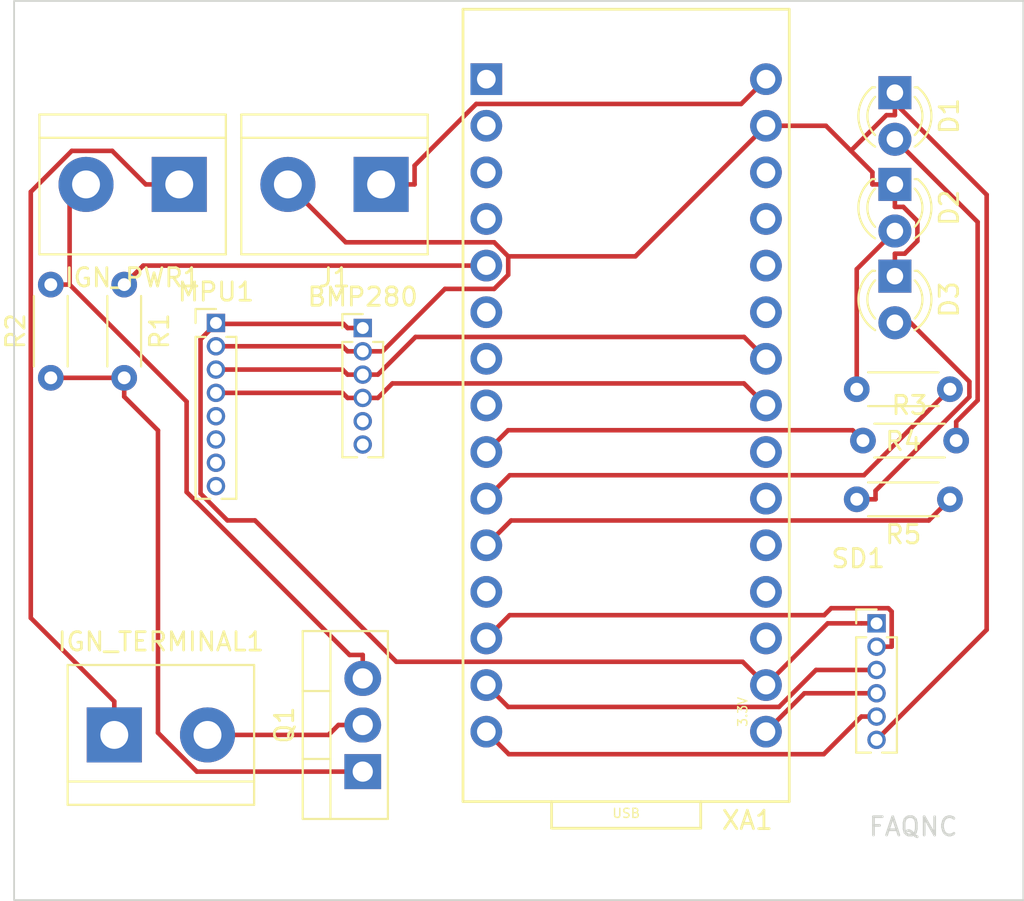
<source format=kicad_pcb>
(kicad_pcb (version 20211014) (generator pcbnew)
  (layers (0 "F.Cu" signal) (31 "B.Cu" signal) (34 "B.Paste" user) (35 "F.Paste" user) (36 "B.SilkS" user "B.Silkscreen") (37 "F.SilkS" user "F.Silkscreen") (38 "B.Mask" user) (39 "F.Mask" user) (44 "Edge.Cuts" user))
  (net 0 "")
  (net 10 "I2C_CLK")
  (net 11 "I2C_DA")
  (net 19 "+BATT")
  (net 20 "-BATT")
  (net 21 "IGN")
  (net 24 "GND")
  (net 25 "R")
  (net 26 "G")
  (net 27 "B")
  (net 28 "+9V")
  (net 33 "Net-(Q1-Pad1)")
  (net 34 "+3.3V")
  (net 35 "CS")
  (net 36 "MOSI")
  (net 37 "MISO")
  (net 38 "SCK")
  (net 39 "Net-(IGN_TERMINAL1-Pad2)")
  (net 40 "Net-(D1-Pad2)")
  (net 41 "Net-(D2-Pad2)")
  (net 42 "Net-(D3-Pad2)")
  (footprint "Connector_PinHeader_1.27mm:PinHeader_1x06_P1.27mm_Vertical" (layer "F.Cu") (at 132 105.92)
    (fp_text reference "SD1" (at -1 -3.535) (layer "F.SilkS"))
    (fp_text value "Conn_01x06_Male")
    (fp_line (start -1.11 0) (end -1.11 -0.76) (layer "F.SilkS") (width 0.12))
    (fp_line (start 0.30753 7.045) (end 1.11 7.045) (layer "F.SilkS") (width 0.12))
    (fp_line (start 0.563471 0.76) (end 1.11 0.76) (layer "F.SilkS") (width 0.12))
    (fp_line (start -1.11 0.76) (end -1.11 7.045) (layer "F.SilkS") (width 0.12))
    (fp_line (start -1.11 0.76) (end -0.563471 0.76) (layer "F.SilkS") (width 0.12))
    (fp_line (start -1.11 7.045) (end -0.30753 7.045) (layer "F.SilkS") (width 0.12))
    (fp_line (start -1.11 -0.76) (end 0 -0.76) (layer "F.SilkS") (width 0.12))
    (fp_line (start 1.11 0.76) (end 1.11 7.045) (layer "F.SilkS") (width 0.12))
    (pad "1" thru_hole rect (at 0 0) (size 1 1) (drill 0.65) (layers *.Cu *.Mask) (net 34 "+3.3V"))
    (pad "2" thru_hole oval (at 0 1.27) (size 1 1) (drill 0.65) (layers *.Cu *.Mask) (net 35 "CS"))
    (pad "3" thru_hole oval (at 0 2.54) (size 1 1) (drill 0.65) (layers *.Cu *.Mask) (net 36 "MOSI"))
    (pad "4" thru_hole oval (at 0 3.81) (size 1 1) (drill 0.65) (layers *.Cu *.Mask) (net 38 "SCK"))
    (pad "5" thru_hole oval (at 0 5.08) (size 1 1) (drill 0.65) (layers *.Cu *.Mask) (net 37 "MISO"))
    (pad "6" thru_hole oval (at 0 6.35) (size 1 1) (drill 0.65) (layers *.Cu *.Mask) (net 24 "GND"))
  )
  (footprint "TerminalBlock:TerminalBlock_bornier-2_P5.08mm" (layer "F.Cu") (at 90.46 112)
    (fp_text reference "IGN_TERMINAL1" (at 2.54 -5.08) (layer "F.SilkS"))
    (fp_text value "Ignitor wires")
    (fp_line (start 7.62 -3.81) (end -2.54 -3.81) (layer "F.SilkS") (width 0.12))
    (fp_line (start 7.62 3.81) (end 7.62 -3.81) (layer "F.SilkS") (width 0.12))
    (fp_line (start 7.62 2.54) (end -2.54 2.54) (layer "F.SilkS") (width 0.12))
    (fp_line (start -2.54 -3.81) (end -2.54 3.81) (layer "F.SilkS") (width 0.12))
    (fp_line (start -2.54 3.81) (end 7.62 3.81) (layer "F.SilkS") (width 0.12))
    (pad "1" thru_hole rect locked (at 0 0) (size 3 3) (drill 1.52) (layers *.Cu *.Mask) (net 19 "+BATT"))
    (pad "2" thru_hole circle locked (at 5.08 0) (size 3 3) (drill 1.52) (layers *.Cu *.Mask) (net 39 "Net-(IGN_TERMINAL1-Pad2)"))
  )
  (footprint "LED_THT:LED_D3.0mm_Clear" (layer "F.Cu") (at 133 82 -90)
    (fp_text reference "D2" (at 1.27 -2.96 90) (layer "F.SilkS"))
    (fp_text value "G")
    (fp_line (start -0.29 1.08) (end -0.29 1.236) (layer "F.SilkS") (width 0.12))
    (fp_line (start -0.29 -1.236) (end -0.29 -1.08) (layer "F.SilkS") (width 0.12))
    (fp_arc (start 2.942335 1.078608) (mid 1.366487 1.987659) (end -0.29 1.235516) (layer "F.SilkS") (width 0.12))
    (fp_arc (start -0.29 -1.235516) (mid 1.366487 -1.987659) (end 2.942335 -1.078608) (layer "F.SilkS") (width 0.12))
    (fp_arc (start 2.31113 1.079837) (mid 1.270117 1.5) (end 0.229039 1.08) (layer "F.SilkS") (width 0.12))
    (fp_arc (start 0.229039 -1.08) (mid 1.270117 -1.5) (end 2.31113 -1.079837) (layer "F.SilkS") (width 0.12))
    (pad "1" thru_hole rect (at 0 0 270) (size 1.8 1.8) (drill 0.9) (layers *.Cu *.Mask) (net 24 "GND"))
    (pad "2" thru_hole circle (at 2.54 0 270) (size 1.8 1.8) (drill 0.9) (layers *.Cu *.Mask) (net 41 "Net-(D2-Pad2)"))
  )
  (footprint "Resistor_THT:R_Axial_DIN0204_L3.6mm_D1.6mm_P5.08mm_Horizontal" (layer "F.Cu") (at 131.26 95.96)
    (fp_text reference "R3" (at 2.54 -1.92) (layer "F.SilkS"))
    (fp_text value "220")
    (fp_line (start 0.62 0.92) (end 4.46 0.92) (layer "F.SilkS") (width 0.12))
    (fp_line (start 0.62 -0.92) (end 4.46 -0.92) (layer "F.SilkS") (width 0.12))
    (pad "1" thru_hole circle (at 0 0) (size 1.4 1.4) (drill 0.7) (layers *.Cu *.Mask) (net 25 "R"))
    (pad "2" thru_hole oval (at 5.08 0) (size 1.4 1.4) (drill 0.7) (layers *.Cu *.Mask) (net 40 "Net-(D1-Pad2)"))
  )
  (footprint "LED_THT:LED_D3.0mm_Clear" (layer "F.Cu") (at 133 87 -90)
    (fp_text reference "D3" (at 1.27 -2.96 90) (layer "F.SilkS"))
    (fp_text value "B")
    (fp_line (start -0.29 1.08) (end -0.29 1.236) (layer "F.SilkS") (width 0.12))
    (fp_line (start -0.29 -1.236) (end -0.29 -1.08) (layer "F.SilkS") (width 0.12))
    (fp_arc (start 2.31113 1.079837) (mid 1.270117 1.5) (end 0.229039 1.08) (layer "F.SilkS") (width 0.12))
    (fp_arc (start 2.942335 1.078608) (mid 1.366487 1.987659) (end -0.29 1.235516) (layer "F.SilkS") (width 0.12))
    (fp_arc (start -0.29 -1.235516) (mid 1.366487 -1.987659) (end 2.942335 -1.078608) (layer "F.SilkS") (width 0.12))
    (fp_arc (start 0.229039 -1.08) (mid 1.270117 -1.5) (end 2.31113 -1.079837) (layer "F.SilkS") (width 0.12))
    (pad "1" thru_hole rect (at 0 0 270) (size 1.8 1.8) (drill 0.9) (layers *.Cu *.Mask) (net 24 "GND"))
    (pad "2" thru_hole circle (at 2.54 0 270) (size 1.8 1.8) (drill 0.9) (layers *.Cu *.Mask) (net 42 "Net-(D3-Pad2)"))
  )
  (footprint "Resistor_THT:R_Axial_DIN0204_L3.6mm_D1.6mm_P5.08mm_Horizontal" (layer "F.Cu") (at 136 99.16 180)
    (fp_text reference "R5" (at 2.54 -1.92) (layer "F.SilkS"))
    (fp_text value "220")
    (fp_line (start 0.62 0.92) (end 4.46 0.92) (layer "F.SilkS") (width 0.12))
    (fp_line (start 0.62 -0.92) (end 4.46 -0.92) (layer "F.SilkS") (width 0.12))
    (pad "1" thru_hole circle (at 0 0 180) (size 1.4 1.4) (drill 0.7) (layers *.Cu *.Mask) (net 27 "B"))
    (pad "2" thru_hole oval (at 5.08 0 180) (size 1.4 1.4) (drill 0.7) (layers *.Cu *.Mask) (net 42 "Net-(D3-Pad2)"))
  )
  (footprint "Arduino:Arduino_Nano_Socket" (layer "F.Cu") (at 118.354 115.634)
    (fp_text reference "XA1" (at 6.604 1.016) (layer "F.SilkS"))
    (fp_text value "Arduino_Nano_Socket")
    (fp_text user "3.3V" (at 6.35 -4.89 90) (layer "F.SilkS") (effects (font (size 0.5 0.5) (thickness 0.075))))
    (fp_text user "USB" (at 0 0.635) (layer "F.SilkS") (effects (font (size 0.5 0.5) (thickness 0.075))))
    (fp_line (start -8.89 -43.18) (end 8.89 -43.18) (layer "F.SilkS") (width 0.15))
    (fp_line (start -8.89 -43.18) (end -8.89 0) (layer "F.SilkS") (width 0.15))
    (fp_line (start -4.064 0) (end -4.064 1.45) (layer "F.SilkS") (width 0.15))
    (fp_line (start -8.89 0) (end 8.89 0) (layer "F.SilkS") (width 0.15))
    (fp_line (start 8.89 -43.18) (end 8.89 0) (layer "F.SilkS") (width 0.15))
    (fp_line (start 4.064 1.45) (end 4.064 0) (layer "F.SilkS") (width 0.15))
    (fp_line (start -4.064 1.45) (end 4.064 1.45) (layer "F.SilkS") (width 0.15))
    (pad "" np_thru_hole circle locked (at 7.62 -41.91) (size 1.85 1.85) (drill 1.85) (layers *.Cu *.Mask))
    (pad "" np_thru_hole circle locked (at 7.62 -1.27) (size 1.85 1.85) (drill 1.85) (layers *.Cu *.Mask))
    (pad "" np_thru_hole circle locked (at -7.62 -41.91) (size 1.85 1.85) (drill 1.85) (layers *.Cu *.Mask))
    (pad "" np_thru_hole circle locked (at -7.62 -1.27) (size 1.85 1.85) (drill 1.85) (layers *.Cu *.Mask))
    (pad "3V3" thru_hole circle locked (at 7.62 -6.35) (size 1.7272 1.7272) (drill 1.016) (layers *.Cu *.Mask) (net 34 "+3.3V"))
    (pad "5V" thru_hole circle locked (at 7.62 -31.75) (size 1.7272 1.7272) (drill 1.016) (layers *.Cu *.Mask))
    (pad "A0" thru_hole circle locked (at 7.62 -11.43) (size 1.7272 1.7272) (drill 1.016) (layers *.Cu *.Mask))
    (pad "A1" thru_hole circle locked (at 7.62 -13.97) (size 1.7272 1.7272) (drill 1.016) (layers *.Cu *.Mask))
    (pad "A2" thru_hole circle locked (at 7.62 -16.51) (size 1.7272 1.7272) (drill 1.016) (layers *.Cu *.Mask))
    (pad "A3" thru_hole circle locked (at 7.62 -19.05) (size 1.7272 1.7272) (drill 1.016) (layers *.Cu *.Mask))
    (pad "A4" thru_hole circle locked (at 7.62 -21.59) (size 1.7272 1.7272) (drill 1.016) (layers *.Cu *.Mask) (net 11 "I2C_DA"))
    (pad "A5" thru_hole circle locked (at 7.62 -24.13) (size 1.7272 1.7272) (drill 1.016) (layers *.Cu *.Mask) (net 10 "I2C_CLK"))
    (pad "A6" thru_hole circle locked (at 7.62 -26.67) (size 1.7272 1.7272) (drill 1.016) (layers *.Cu *.Mask))
    (pad "A7" thru_hole circle locked (at 7.62 -29.21) (size 1.7272 1.7272) (drill 1.016) (layers *.Cu *.Mask))
    (pad "AREF" thru_hole circle locked (at 7.62 -8.89) (size 1.7272 1.7272) (drill 1.016) (layers *.Cu *.Mask))
    (pad "D0" thru_hole circle locked (at -7.62 -36.83) (size 1.7272 1.7272) (drill 1.016) (layers *.Cu *.Mask))
    (pad "D1" thru_hole rect locked (at -7.62 -39.37) (size 1.7272 1.7272) (drill 1.016) (layers *.Cu *.Mask))
    (pad "D2" thru_hole circle locked (at -7.62 -29.21) (size 1.7272 1.7272) (drill 1.016) (layers *.Cu *.Mask) (net 21 "IGN"))
    (pad "D3" thru_hole circle locked (at -7.62 -26.67) (size 1.7272 1.7272) (drill 1.016) (layers *.Cu *.Mask))
    (pad "D4" thru_hole circle locked (at -7.62 -24.13) (size 1.7272 1.7272) (drill 1.016) (layers *.Cu *.Mask))
    (pad "D5" thru_hole circle locked (at -7.62 -21.59) (size 1.7272 1.7272) (drill 1.016) (layers *.Cu *.Mask))
    (pad "D6" thru_hole circle locked (at -7.62 -19.05) (size 1.7272 1.7272) (drill 1.016) (layers *.Cu *.Mask) (net 25 "R"))
    (pad "D7" thru_hole circle locked (at -7.62 -16.51) (size 1.7272 1.7272) (drill 1.016) (layers *.Cu *.Mask) (net 26 "G"))
    (pad "D8" thru_hole circle locked (at -7.62 -13.97) (size 1.7272 1.7272) (drill 1.016) (layers *.Cu *.Mask) (net 27 "B"))
    (pad "D9" thru_hole circle locked (at -7.62 -11.43) (size 1.7272 1.7272) (drill 1.016) (layers *.Cu *.Mask))
    (pad "D10" thru_hole circle locked (at -7.62 -8.89) (size 1.7272 1.7272) (drill 1.016) (layers *.Cu *.Mask) (net 35 "CS"))
    (pad "D11" thru_hole circle locked (at -7.62 -6.35) (size 1.7272 1.7272) (drill 1.016) (layers *.Cu *.Mask) (net 36 "MOSI"))
    (pad "D12" thru_hole circle locked (at -7.62 -3.81) (size 1.7272 1.7272) (drill 1.016) (layers *.Cu *.Mask) (net 37 "MISO"))
    (pad "D13" thru_hole circle locked (at 7.62 -3.81) (size 1.7272 1.7272) (drill 1.016) (layers *.Cu *.Mask) (net 38 "SCK"))
    (pad "GND1" thru_hole circle locked (at -7.62 -31.75) (size 1.7272 1.7272) (drill 1.016) (layers *.Cu *.Mask))
    (pad "GND2" thru_hole circle locked (at 7.62 -36.83) (size 1.7272 1.7272) (drill 1.016) (layers *.Cu *.Mask) (net 24 "GND"))
    (pad "RST1" thru_hole circle locked (at -7.62 -34.29) (size 1.7272 1.7272) (drill 1.016) (layers *.Cu *.Mask))
    (pad "RST2" thru_hole circle locked (at 7.62 -34.29) (size 1.7272 1.7272) (drill 1.016) (layers *.Cu *.Mask))
    (pad "VIN" thru_hole circle locked (at 7.62 -39.37) (size 1.7272 1.7272) (drill 1.016) (layers *.Cu *.Mask) (net 28 "+9V"))
  )
  (footprint "Resistor_THT:R_Axial_DIN0204_L3.6mm_D1.6mm_P5.08mm_Horizontal" (layer "F.Cu") (at 136 93.16 180)
    (fp_text reference "R4" (at 2.54 -2.84) (layer "F.SilkS"))
    (fp_text value "220")
    (fp_line (start 0.62 -0.92) (end 4.46 -0.92) (layer "F.SilkS") (width 0.12))
    (fp_line (start 0.62 0.92) (end 4.46 0.92) (layer "F.SilkS") (width 0.12))
    (pad "1" thru_hole circle (at 0 0 180) (size 1.4 1.4) (drill 0.7) (layers *.Cu *.Mask) (net 26 "G"))
    (pad "2" thru_hole oval (at 5.08 0 180) (size 1.4 1.4) (drill 0.7) (layers *.Cu *.Mask) (net 41 "Net-(D2-Pad2)"))
  )
  (footprint "Connector_PinHeader_1.27mm:PinHeader_1x06_P1.27mm_Vertical" (layer "F.Cu") (at 104 89.825)
    (fp_text reference "BMP280" (at 0 -1.695) (layer "F.SilkS"))
    (fp_text value "Conn_01x06_Male")
    (fp_line (start 0.30753 7.045) (end 1.11 7.045) (layer "F.SilkS") (width 0.12))
    (fp_line (start -1.11 0.76) (end -0.563471 0.76) (layer "F.SilkS") (width 0.12))
    (fp_line (start 0.563471 0.76) (end 1.11 0.76) (layer "F.SilkS") (width 0.12))
    (fp_line (start 1.11 0.76) (end 1.11 7.045) (layer "F.SilkS") (width 0.12))
    (fp_line (start -1.11 0) (end -1.11 -0.76) (layer "F.SilkS") (width 0.12))
    (fp_line (start -1.11 0.76) (end -1.11 7.045) (layer "F.SilkS") (width 0.12))
    (fp_line (start -1.11 -0.76) (end 0 -0.76) (layer "F.SilkS") (width 0.12))
    (fp_line (start -1.11 7.045) (end -0.30753 7.045) (layer "F.SilkS") (width 0.12))
    (pad "1" thru_hole rect locked (at 0 0) (size 1 1) (drill 0.65) (layers *.Cu *.Mask) (net 34 "+3.3V"))
    (pad "2" thru_hole oval locked (at 0 1.27) (size 1 1) (drill 0.65) (layers *.Cu *.Mask) (net 24 "GND"))
    (pad "3" thru_hole oval locked (at 0 2.54) (size 1 1) (drill 0.65) (layers *.Cu *.Mask) (net 10 "I2C_CLK"))
    (pad "4" thru_hole oval locked (at 0 3.81) (size 1 1) (drill 0.65) (layers *.Cu *.Mask) (net 11 "I2C_DA"))
    (pad "5" thru_hole oval locked (at 0 5.08) (size 1 1) (drill 0.65) (layers *.Cu *.Mask))
    (pad "6" thru_hole oval locked (at 0 6.35) (size 1 1) (drill 0.65) (layers *.Cu *.Mask))
  )
  (footprint "Resistor_THT:R_Axial_DIN0204_L3.6mm_D1.6mm_P5.08mm_Horizontal" (layer "F.Cu") (at 91 87.46 -90)
    (fp_text reference "R1" (at 2.54 -1.92 90) (layer "F.SilkS"))
    (fp_text value "1k")
    (fp_line (start 0.62 0.92) (end 4.46 0.92) (layer "F.SilkS") (width 0.12))
    (fp_line (start 0.62 -0.92) (end 4.46 -0.92) (layer "F.SilkS") (width 0.12))
    (pad "1" thru_hole circle (at 0 0 270) (size 1.4 1.4) (drill 0.7) (layers *.Cu *.Mask) (net 21 "IGN"))
    (pad "2" thru_hole oval (at 5.08 0 270) (size 1.4 1.4) (drill 0.7) (layers *.Cu *.Mask) (net 33 "Net-(Q1-Pad1)"))
  )
  (footprint "TerminalBlock:TerminalBlock_bornier-2_P5.08mm" (layer "F.Cu") (at 94 82 180)
    (fp_text reference "IGN_PWR1" (at 2.54 -5.08) (layer "F.SilkS"))
    (fp_text value "IGN_PWR")
    (fp_line (start 7.62 2.54) (end -2.54 2.54) (layer "F.SilkS") (width 0.12))
    (fp_line (start -2.54 3.81) (end 7.62 3.81) (layer "F.SilkS") (width 0.12))
    (fp_line (start -2.54 -3.81) (end -2.54 3.81) (layer "F.SilkS") (width 0.12))
    (fp_line (start 7.62 -3.81) (end -2.54 -3.81) (layer "F.SilkS") (width 0.12))
    (fp_line (start 7.62 3.81) (end 7.62 -3.81) (layer "F.SilkS") (width 0.12))
    (pad "1" thru_hole rect locked (at 0 0 180) (size 3 3) (drill 1.52) (layers *.Cu *.Mask) (net 19 "+BATT"))
    (pad "2" thru_hole circle locked (at 5.08 0 180) (size 3 3) (drill 1.52) (layers *.Cu *.Mask) (net 20 "-BATT"))
  )
  (footprint "TerminalBlock:TerminalBlock_bornier-2_P5.08mm" (layer "F.Cu") (at 105 82 180)
    (fp_text reference "J1" (at 2.54 -5.08) (layer "F.SilkS"))
    (fp_text value "ARD PWR")
    (fp_line (start -2.54 3.81) (end 7.62 3.81) (layer "F.SilkS") (width 0.12))
    (fp_line (start -2.54 -3.81) (end -2.54 3.81) (layer "F.SilkS") (width 0.12))
    (fp_line (start 7.62 2.54) (end -2.54 2.54) (layer "F.SilkS") (width 0.12))
    (fp_line (start 7.62 -3.81) (end -2.54 -3.81) (layer "F.SilkS") (width 0.12))
    (fp_line (start 7.62 3.81) (end 7.62 -3.81) (layer "F.SilkS") (width 0.12))
    (pad "1" thru_hole rect locked (at 0 0 180) (size 3 3) (drill 1.52) (layers *.Cu *.Mask) (net 28 "+9V"))
    (pad "2" thru_hole circle locked (at 5.08 0 180) (size 3 3) (drill 1.52) (layers *.Cu *.Mask) (net 24 "GND"))
  )
  (footprint "Resistor_THT:R_Axial_DIN0204_L3.6mm_D1.6mm_P5.08mm_Horizontal" (layer "F.Cu") (at 87 92.54 90)
    (fp_text reference "R2" (at 2.54 -1.92 90) (layer "F.SilkS"))
    (fp_text value "10k")
    (fp_line (start 0.62 -0.92) (end 4.46 -0.92) (layer "F.SilkS") (width 0.12))
    (fp_line (start 0.62 0.92) (end 4.46 0.92) (layer "F.SilkS") (width 0.12))
    (pad "1" thru_hole circle (at 0 0 90) (size 1.4 1.4) (drill 0.7) (layers *.Cu *.Mask) (net 33 "Net-(Q1-Pad1)"))
    (pad "2" thru_hole oval (at 5.08 0 90) (size 1.4 1.4) (drill 0.7) (layers *.Cu *.Mask) (net 20 "-BATT"))
  )
  (footprint "Connector_PinHeader_1.27mm:PinHeader_1x08_P1.27mm_Vertical" (layer "F.Cu") (at 96 89.55)
    (fp_text reference "MPU1" (at 0 -1.695) (layer "F.SilkS"))
    (fp_text value "Conn_01x08_Male")
    (fp_line (start 0.563471 0.76) (end 1.11 0.76) (layer "F.SilkS") (width 0.12))
    (fp_line (start -1.11 -0.76) (end 0 -0.76) (layer "F.SilkS") (width 0.12))
    (fp_line (start -1.11 0) (end -1.11 -0.76) (layer "F.SilkS") (width 0.12))
    (fp_line (start -1.11 0.76) (end -0.563471 0.76) (layer "F.SilkS") (width 0.12))
    (fp_line (start -1.11 0.76) (end -1.11 9.585) (layer "F.SilkS") (width 0.12))
    (fp_line (start 1.11 0.76) (end 1.11 9.585) (layer "F.SilkS") (width 0.12))
    (fp_line (start -1.11 9.585) (end -0.30753 9.585) (layer "F.SilkS") (width 0.12))
    (fp_line (start 0.30753 9.585) (end 1.11 9.585) (layer "F.SilkS") (width 0.12))
    (pad "1" thru_hole rect locked (at 0 0) (size 1 1) (drill 0.65) (layers *.Cu *.Mask) (net 34 "+3.3V"))
    (pad "2" thru_hole oval locked (at 0 1.27) (size 1 1) (drill 0.65) (layers *.Cu *.Mask) (net 24 "GND"))
    (pad "3" thru_hole oval locked (at 0 2.54) (size 1 1) (drill 0.65) (layers *.Cu *.Mask) (net 10 "I2C_CLK"))
    (pad "4" thru_hole oval locked (at 0 3.81) (size 1 1) (drill 0.65) (layers *.Cu *.Mask) (net 11 "I2C_DA"))
    (pad "5" thru_hole oval locked (at 0 5.08) (size 1 1) (drill 0.65) (layers *.Cu *.Mask))
    (pad "6" thru_hole oval locked (at 0 6.35) (size 1 1) (drill 0.65) (layers *.Cu *.Mask))
    (pad "7" thru_hole oval locked (at 0 7.62) (size 1 1) (drill 0.65) (layers *.Cu *.Mask))
    (pad "8" thru_hole oval locked (at 0 8.89) (size 1 1) (drill 0.65) (layers *.Cu *.Mask))
  )
  (footprint "LED_THT:LED_D3.0mm_Clear" (layer "F.Cu") (at 133 77 -90)
    (fp_text reference "D1" (at 1.27 -2.96 90) (layer "F.SilkS"))
    (fp_text value "R")
    (fp_line (start -0.29 -1.236) (end -0.29 -1.08) (layer "F.SilkS") (width 0.12))
    (fp_line (start -0.29 1.08) (end -0.29 1.236) (layer "F.SilkS") (width 0.12))
    (fp_arc (start -0.29 -1.235516) (mid 1.366487 -1.987659) (end 2.942335 -1.078608) (layer "F.SilkS") (width 0.12))
    (fp_arc (start 2.942335 1.078608) (mid 1.366487 1.987659) (end -0.29 1.235516) (layer "F.SilkS") (width 0.12))
    (fp_arc (start 2.31113 1.079837) (mid 1.270117 1.5) (end 0.229039 1.08) (layer "F.SilkS") (width 0.12))
    (fp_arc (start 0.229039 -1.08) (mid 1.270117 -1.5) (end 2.31113 -1.079837) (layer "F.SilkS") (width 0.12))
    (pad "1" thru_hole rect (at 0 0 270) (size 1.8 1.8) (drill 0.9) (layers *.Cu *.Mask) (net 24 "GND"))
    (pad "2" thru_hole circle (at 2.54 0 270) (size 1.8 1.8) (drill 0.9) (layers *.Cu *.Mask) (net 40 "Net-(D1-Pad2)"))
  )
  (footprint "Package_TO_SOT_THT:TO-220-3_Vertical" (layer "F.Cu") (at 104 114 90)
    (fp_text reference "Q1" (at 2.54 -4.27 90) (layer "F.SilkS"))
    (fp_text value "IRF540N")
    (fp_line (start 0.69 -3.27) (end 0.69 -1.76) (layer "F.SilkS") (width 0.12))
    (fp_line (start 7.66 -3.27) (end 7.66 1.371) (layer "F.SilkS") (width 0.12))
    (fp_line (start -2.58 -3.27) (end 7.66 -3.27) (layer "F.SilkS") (width 0.12))
    (fp_line (start -2.58 1.371) (end 7.66 1.371) (layer "F.SilkS") (width 0.12))
    (fp_line (start 4.391 -3.27) (end 4.391 -1.76) (layer "F.SilkS") (width 0.12))
    (fp_line (start -2.58 -1.76) (end 7.66 -1.76) (layer "F.SilkS") (width 0.12))
    (fp_line (start -2.58 -3.27) (end -2.58 1.371) (layer "F.SilkS") (width 0.12))
    (pad "1" thru_hole rect locked (at 0 0 90) (size 1.905 2) (drill 1.1) (layers *.Cu *.Mask) (net 33 "Net-(Q1-Pad1)"))
    (pad "2" thru_hole oval locked (at 2.54 0 90) (size 1.905 2) (drill 1.1) (layers *.Cu *.Mask) (net 39 "Net-(IGN_TERMINAL1-Pad2)"))
    (pad "3" thru_hole oval locked (at 5.08 0 90) (size 1.905 2) (drill 1.1) (layers *.Cu *.Mask) (net 20 "-BATT"))
  )
  (gr_rect (start 85 72) (end 140 121) (layer "Edge.Cuts") (width 0.1) (fill none))
  (gr_text "FAQNC" (at 134 117) (layer "Edge.Cuts") (effects (font (size 1 1))))
  (segment (start 104 92.365) (end 104.8253 92.365) (width 0.25) (layer "F.Cu") (net 10))
  (segment (start 96 92.09) (end 102.8997 92.09) (width 0.25) (layer "F.Cu") (net 10))
  (segment (start 102.8997 92.09) (end 103.1747 92.365) (width 0.25) (layer "F.Cu") (net 10))
  (segment (start 104 92.365) (end 103.1747 92.365) (width 0.25) (layer "F.Cu") (net 10))
  (segment (start 104.8253 92.365) (end 106.8769 90.3134) (width 0.25) (layer "F.Cu") (net 10))
  (segment (start 106.8769 90.3134) (end 124.7834 90.3134) (width 0.25) (layer "F.Cu") (net 10))
  (segment (start 124.7834 90.3134) (end 125.974 91.504) (width 0.25) (layer "F.Cu") (net 10))
  (segment (start 124.7759 92.8459) (end 125.974 94.044) (width 0.25) (layer "F.Cu") (net 11))
  (segment (start 104 93.635) (end 104.8253 93.635) (width 0.25) (layer "F.Cu") (net 11))
  (segment (start 105.6144 92.8459) (end 124.7759 92.8459) (width 0.25) (layer "F.Cu") (net 11))
  (segment (start 104 93.635) (end 103.1747 93.635) (width 0.25) (layer "F.Cu") (net 11))
  (segment (start 104.8253 93.635) (end 105.6144 92.8459) (width 0.25) (layer "F.Cu") (net 11))
  (segment (start 96 93.36) (end 102.8997 93.36) (width 0.25) (layer "F.Cu") (net 11))
  (segment (start 102.8997 93.36) (end 103.1747 93.635) (width 0.25) (layer "F.Cu") (net 11))
  (segment (start 94 82) (end 92.1747 82) (width 0.25) (layer "F.Cu") (net 19))
  (segment (start 85.9094 82.4064) (end 85.9094 105.6241) (width 0.25) (layer "F.Cu") (net 19))
  (segment (start 90.46 112) (end 90.46 110.1747) (width 0.25) (layer "F.Cu") (net 19))
  (segment (start 85.9094 105.6241) (end 90.46 110.1747) (width 0.25) (layer "F.Cu") (net 19))
  (segment (start 92.1747 82) (end 90.3471 80.1724) (width 0.25) (layer "F.Cu") (net 19))
  (segment (start 88.1434 80.1724) (end 85.9094 82.4064) (width 0.25) (layer "F.Cu") (net 19))
  (segment (start 90.3471 80.1724) (end 88.1434 80.1724) (width 0.25) (layer "F.Cu") (net 19))
  (segment (start 94.4018 93.8365) (end 94.4018 98.7628) (width 0.25) (layer "F.Cu") (net 20))
  (segment (start 88.92 82) (end 88.0253 82.8947) (width 0.25) (layer "F.Cu") (net 20))
  (segment (start 103.2812 107.6422) (end 104 107.6422) (width 0.25) (layer "F.Cu") (net 20))
  (segment (start 88.0253 87.46) (end 94.4018 93.8365) (width 0.25) (layer "F.Cu") (net 20))
  (segment (start 87 87.46) (end 88.0253 87.46) (width 0.25) (layer "F.Cu") (net 20))
  (segment (start 94.4018 98.7628) (end 103.2812 107.6422) (width 0.25) (layer "F.Cu") (net 20))
  (segment (start 104 108.92) (end 104 107.6422) (width 0.25) (layer "F.Cu") (net 20))
  (segment (start 88.0253 82.8947) (end 88.0253 87.46) (width 0.25) (layer "F.Cu") (net 20))
  (segment (start 110.734 86.424) (end 92.036 86.424) (width 0.25) (layer "F.Cu") (net 21))
  (segment (start 92.036 86.424) (end 91 87.46) (width 0.25) (layer "F.Cu") (net 21))
  (segment (start 133 82) (end 131.7747 82) (width 0.25) (layer "F.Cu") (net 24))
  (segment (start 133 77.5628) (end 138.0006 82.5634) (width 0.25) (layer "F.Cu") (net 24))
  (segment (start 131.7747 82) (end 131.7747 81.3375) (width 0.25) (layer "F.Cu") (net 24))
  (segment (start 133 77.5628) (end 133 78.2253) (width 0.25) (layer "F.Cu") (net 24))
  (segment (start 104 91.095) (end 103.1747 91.095) (width 0.25) (layer "F.Cu") (net 24))
  (segment (start 133 82) (end 133 83.2253) (width 0.25) (layer "F.Cu") (net 24))
  (segment (start 99.92 82) (end 103.074 85.154) (width 0.25) (layer "F.Cu") (net 24))
  (segment (start 133 87) (end 133 85.7747) (width 0.25) (layer "F.Cu") (net 24))
  (segment (start 96 90.82) (end 96.4127 90.82) (width 0.25) (layer "F.Cu") (net 24))
  (segment (start 96.4127 90.82) (end 102.8997 90.82) (width 0.25) (layer "F.Cu") (net 24))
  (segment (start 111.928 85.9198) (end 111.928 86.9272) (width 0.25) (layer "F.Cu") (net 24))
  (segment (start 129.2412 78.804) (end 125.974 78.804) (width 0.25) (layer "F.Cu") (net 24))
  (segment (start 108.4799 87.694) (end 105.0789 91.095) (width 0.25) (layer "F.Cu") (net 24))
  (segment (start 103.074 85.154) (end 111.1622 85.154) (width 0.25) (layer "F.Cu") (net 24))
  (segment (start 133 77) (end 133 77.5628) (width 0.25) (layer "F.Cu") (net 24))
  (segment (start 138.0006 82.5634) (end 138.0006 106.2694) (width 0.25) (layer "F.Cu") (net 24))
  (segment (start 131.7747 81.3375) (end 130.6015 80.1643) (width 0.25) (layer "F.Cu") (net 24))
  (segment (start 102.8997 90.82) (end 103.1747 91.095) (width 0.25) (layer "F.Cu") (net 24))
  (segment (start 133 85.7747) (end 133.5361 85.7747) (width 0.25) (layer "F.Cu") (net 24))
  (segment (start 111.1622 85.154) (end 111.928 85.9198) (width 0.25) (layer "F.Cu") (net 24))
  (segment (start 133.4596 83.2253) (end 133 83.2253) (width 0.25) (layer "F.Cu") (net 24))
  (segment (start 138.0006 106.2694) (end 132 112.27) (width 0.25) (layer "F.Cu") (net 24))
  (segment (start 125.974 78.804) (end 118.8582 85.9198) (width 0.25) (layer "F.Cu") (net 24))
  (segment (start 105.0789 91.095) (end 104 91.095) (width 0.25) (layer "F.Cu") (net 24))
  (segment (start 132.5405 78.2253) (end 133 78.2253) (width 0.25) (layer "F.Cu") (net 24))
  (segment (start 134.2253 83.991) (end 133.4596 83.2253) (width 0.25) (layer "F.Cu") (net 24))
  (segment (start 134.2253 85.0855) (end 134.2253 83.991) (width 0.25) (layer "F.Cu") (net 24))
  (segment (start 111.1612 87.694) (end 108.4799 87.694) (width 0.25) (layer "F.Cu") (net 24))
  (segment (start 130.6015 80.1643) (end 132.5405 78.2253) (width 0.25) (layer "F.Cu") (net 24))
  (segment (start 130.6015 80.1643) (end 129.2412 78.804) (width 0.25) (layer "F.Cu") (net 24))
  (segment (start 133.5361 85.7747) (end 134.2253 85.0855) (width 0.25) (layer "F.Cu") (net 24))
  (segment (start 118.8582 85.9198) (end 111.928 85.9198) (width 0.25) (layer "F.Cu") (net 24))
  (segment (start 111.928 86.9272) (end 111.1612 87.694) (width 0.25) (layer "F.Cu") (net 24))
  (segment (start 111.9233 95.3947) (end 130.6947 95.3947) (width 0.25) (layer "F.Cu") (net 25))
  (segment (start 110.734 96.584) (end 111.9233 95.3947) (width 0.25) (layer "F.Cu") (net 25))
  (segment (start 130.6947 95.3947) (end 131.26 95.96) (width 0.25) (layer "F.Cu") (net 25))
  (segment (start 131.3123 97.8477) (end 136 93.16) (width 0.25) (layer "F.Cu") (net 26))
  (segment (start 112.0103 97.8477) (end 131.3123 97.8477) (width 0.25) (layer "F.Cu") (net 26))
  (segment (start 110.734 99.124) (end 112.0103 97.8477) (width 0.25) (layer "F.Cu") (net 26))
  (segment (start 136 99.16) (end 134.8454 100.3146) (width 0.25) (layer "F.Cu") (net 27))
  (segment (start 134.8454 100.3146) (end 112.0834 100.3146) (width 0.25) (layer "F.Cu") (net 27))
  (segment (start 112.0834 100.3146) (end 110.734 101.664) (width 0.25) (layer "F.Cu") (net 27))
  (segment (start 124.623 77.615) (end 125.974 76.264) (width 0.25) (layer "F.Cu") (net 28))
  (segment (start 106.8253 82) (end 106.8253 80.9733) (width 0.25) (layer "F.Cu") (net 28))
  (segment (start 105 82) (end 106.8253 82) (width 0.25) (layer "F.Cu") (net 28))
  (segment (start 106.8253 80.9733) (end 110.1836 77.615) (width 0.25) (layer "F.Cu") (net 28))
  (segment (start 110.1836 77.615) (end 124.623 77.615) (width 0.25) (layer "F.Cu") (net 28))
  (segment (start 94.9583 114) (end 92.8407 111.8824) (width 0.25) (layer "F.Cu") (net 33))
  (segment (start 91 92.54) (end 91 93.5653) (width 0.25) (layer "F.Cu") (net 33))
  (segment (start 87 92.54) (end 91 92.54) (width 0.25) (layer "F.Cu") (net 33))
  (segment (start 104 114) (end 94.9583 114) (width 0.25) (layer "F.Cu") (net 33))
  (segment (start 92.8407 111.8824) (end 92.8407 95.406) (width 0.25) (layer "F.Cu") (net 33))
  (segment (start 92.8407 95.406) (end 91 93.5653) (width 0.25) (layer "F.Cu") (net 33))
  (segment (start 96 89.6013) (end 96 89.55) (width 0.25) (layer "F.Cu") (net 34))
  (segment (start 124.704 108.014) (end 105.8303 108.014) (width 0.25) (layer "F.Cu") (net 34))
  (segment (start 125.974 109.284) (end 124.704 108.014) (width 0.25) (layer "F.Cu") (net 34))
  (segment (start 98.1261 100.3098) (end 96.6243 100.3098) (width 0.25) (layer "F.Cu") (net 34))
  (segment (start 95.1605 90.4408) (end 96 89.6013) (width 0.25) (layer "F.Cu") (net 34))
  (segment (start 102.951 89.6013) (end 103.1747 89.825) (width 0.25) (layer "F.Cu") (net 34))
  (segment (start 129.338 105.92) (end 125.974 109.284) (width 0.25) (layer "F.Cu") (net 34))
  (segment (start 132 105.92) (end 131.1747 105.92) (width 0.25) (layer "F.Cu") (net 34))
  (segment (start 104 89.825) (end 103.1747 89.825) (width 0.25) (layer "F.Cu") (net 34))
  (segment (start 96.6243 100.3098) (end 95.1605 98.846) (width 0.25) (layer "F.Cu") (net 34))
  (segment (start 96 89.6013) (end 102.951 89.6013) (width 0.25) (layer "F.Cu") (net 34))
  (segment (start 95.1605 98.846) (end 95.1605 90.4408) (width 0.25) (layer "F.Cu") (net 34))
  (segment (start 105.8303 108.014) (end 98.1261 100.3098) (width 0.25) (layer "F.Cu") (net 34))
  (segment (start 131.1747 105.92) (end 129.338 105.92) (width 0.25) (layer "F.Cu") (net 34))
  (segment (start 129.5265 105.0946) (end 129.1471 105.474) (width 0.25) (layer "F.Cu") (net 35))
  (segment (start 132 107.19) (end 132.8253 107.19) (width 0.25) (layer "F.Cu") (net 35))
  (segment (start 129.1471 105.474) (end 112.004 105.474) (width 0.25) (layer "F.Cu") (net 35))
  (segment (start 132.8253 105.279) (end 132.6409 105.0946) (width 0.25) (layer "F.Cu") (net 35))
  (segment (start 132.8253 107.19) (end 132.8253 105.279) (width 0.25) (layer "F.Cu") (net 35))
  (segment (start 132.6409 105.0946) (end 129.5265 105.0946) (width 0.25) (layer "F.Cu") (net 35))
  (segment (start 112.004 105.474) (end 110.734 106.744) (width 0.25) (layer "F.Cu") (net 35))
  (segment (start 111.9246 110.4746) (end 110.734 109.284) (width 0.25) (layer "F.Cu") (net 36))
  (segment (start 126.6865 110.4746) (end 111.9246 110.4746) (width 0.25) (layer "F.Cu") (net 36))
  (segment (start 128.7011 108.46) (end 126.6865 110.4746) (width 0.25) (layer "F.Cu") (net 36))
  (segment (start 132 108.46) (end 128.7011 108.46) (width 0.25) (layer "F.Cu") (net 36))
  (segment (start 129.1241 113.0506) (end 131.1747 111) (width 0.25) (layer "F.Cu") (net 37))
  (segment (start 110.734 111.824) (end 111.9606 113.0506) (width 0.25) (layer "F.Cu") (net 37))
  (segment (start 132 111) (end 131.1747 111) (width 0.25) (layer "F.Cu") (net 37))
  (segment (start 111.9606 113.0506) (end 129.1241 113.0506) (width 0.25) (layer "F.Cu") (net 37))
  (segment (start 125.974 111.824) (end 128.068 109.73) (width 0.25) (layer "F.Cu") (net 38))
  (segment (start 128.068 109.73) (end 132 109.73) (width 0.25) (layer "F.Cu") (net 38))
  (segment (start 95.54 112) (end 102.1347 112) (width 0.25) (layer "F.Cu") (net 39))
  (segment (start 104 111.46) (end 102.6747 111.46) (width 0.25) (layer "F.Cu") (net 39))
  (segment (start 102.1347 112) (end 102.6747 111.46) (width 0.25) (layer "F.Cu") (net 39))
  (segment (start 133 79.54) (end 137.5095 84.0495) (width 0.25) (layer "F.Cu") (net 40))
  (segment (start 137.5095 93.7652) (end 136.34 94.9347) (width 0.25) (layer "F.Cu") (net 40))
  (segment (start 136.34 95.96) (end 136.34 94.9347) (width 0.25) (layer "F.Cu") (net 40))
  (segment (start 137.5095 84.0495) (end 137.5095 93.7652) (width 0.25) (layer "F.Cu") (net 40))
  (segment (start 133 84.54) (end 130.92 86.62) (width 0.25) (layer "F.Cu") (net 41))
  (segment (start 130.92 86.62) (end 130.92 93.16) (width 0.25) (layer "F.Cu") (net 41))
  (segment (start 137.0591 93.5787) (end 131.9453 98.6925) (width 0.25) (layer "F.Cu") (net 42))
  (segment (start 133.8521 89.54) (end 137.0591 92.747) (width 0.25) (layer "F.Cu") (net 42))
  (segment (start 130.92 99.16) (end 131.9453 99.16) (width 0.25) (layer "F.Cu") (net 42))
  (segment (start 137.0591 92.747) (end 137.0591 93.5787) (width 0.25) (layer "F.Cu") (net 42))
  (segment (start 133 89.54) (end 133.8521 89.54) (width 0.25) (layer "F.Cu") (net 42))
  (segment (start 131.9453 98.6925) (end 131.9453 99.16) (width 0.25) (layer "F.Cu") (net 42))
)
</source>
